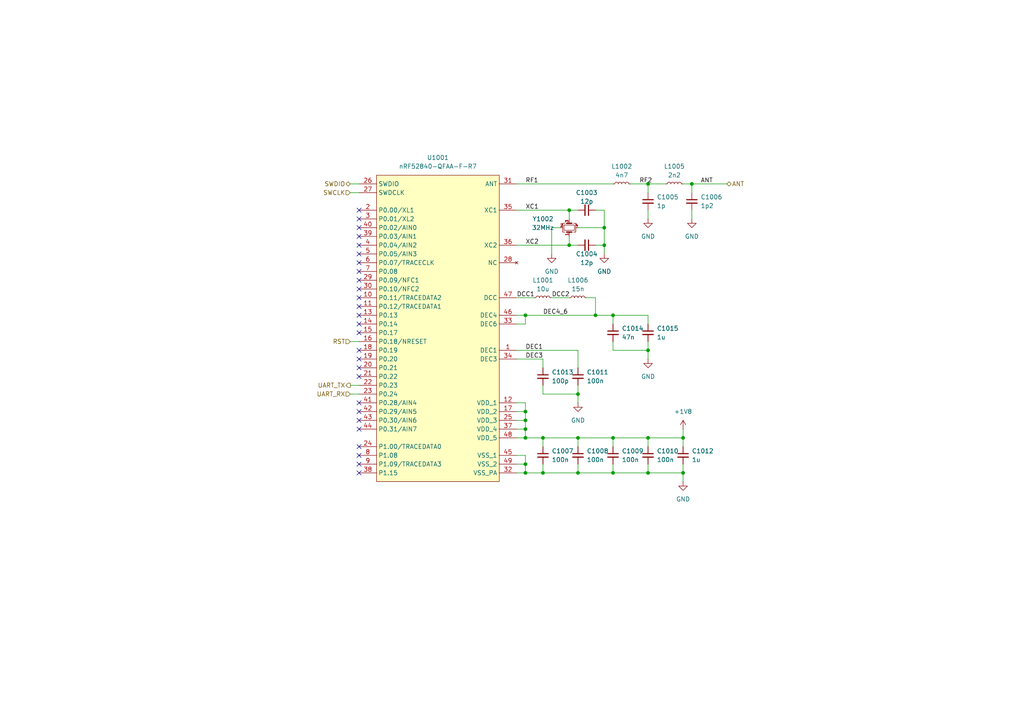
<source format=kicad_sch>
(kicad_sch (version 20231120) (generator "eeschema") (generator_version "8.0")
  (paper "A4")
  (lib_symbols
    (symbol "Device:C_Small" (pin_numbers hide) (pin_names (offset 0.254) hide)
      (property "Reference" "C" (at 0.254 1.778 0))
      (property "Value" "C_Small" (at 0.254 -2.032 0))
      (symbol "C_Small_0_1"
        (polyline (pts (xy -1.524 -0.508) (xy 1.524 -0.508)) (stroke (width 0.3302)))
        (polyline (pts (xy -1.524 0.508) (xy 1.524 0.508)) (stroke (width 0.3048)))
      )
      (symbol "C_Small_1_1"
        (pin passive line (at 0 2.54 270) (length 2.032) (name "~") (number "1"))
        (pin passive line (at 0 -2.54 90) (length 2.032) (name "~") (number "2"))
      )
    )
    (symbol "Device:Crystal_GND24_Small" (pin_names (offset 1.016) hide)
      (property "Reference" "Y" (at 1.27 4.445 0))
      (property "Value" "Crystal_GND24_Small" (at 1.27 2.54 0))
      (symbol "Crystal_GND24_Small_0_1"
        (rectangle (start -0.762 -1.524) (end 0.762 1.524))
        (polyline (pts (xy -1.27 -0.762) (xy -1.27 0.762)) (stroke (width 0.381)))
        (polyline (pts (xy 1.27 -0.762) (xy 1.27 0.762)) (stroke (width 0.381)))
        (polyline (pts (xy -1.27 -1.27) (xy -1.27 -1.905) (xy 1.27 -1.905) (xy 1.27 -1.27)))
        (polyline (pts (xy -1.27 1.27) (xy -1.27 1.905) (xy 1.27 1.905) (xy 1.27 1.27)))
      )
      (symbol "Crystal_GND24_Small_1_1"
        (pin passive line (at -2.54 0 0) (length 1.27) (name "1") (number "1"))
        (pin passive line (at 0 -2.54 90) (length 0.635) (name "2") (number "2"))
        (pin passive line (at 2.54 0 180) (length 1.27) (name "3") (number "3"))
        (pin passive line (at 0 2.54 270) (length 0.635) (name "4") (number "4"))
      )
    )
    (symbol "Device:L_Small" (pin_numbers hide) (pin_names (offset 0.254) hide)
      (property "Reference" "L" (at 0.762 1.016 0))
      (property "Value" "L_Small" (at 0.762 -1.016 0))
      (symbol "L_Small_0_1"
        (arc (start 0 -2.032) (mid 0.5058 -1.524) (end 0 -1.016))
        (arc (start 0 -1.016) (mid 0.5058 -0.508) (end 0 0))
        (arc (start 0 0) (mid 0.5058 0.508) (end 0 1.016))
        (arc (start 0 1.016) (mid 0.5058 1.524) (end 0 2.032))
      )
      (symbol "L_Small_1_1"
        (pin passive line (at 0 2.54 270) (length 0.508) (name "~") (number "1"))
        (pin passive line (at 0 -2.54 90) (length 0.508) (name "~") (number "2"))
      )
    )
    (symbol "nRF52840-QFAA-F-R7:nRF52840-QFAA-F-R7"
      (property "Reference" "U" (at 0 5.08 0))
      (property "Value" "nRF52840-QFAA-F-R7" (at 0 2.54 0))
      (symbol "nRF52840-QFAA-F-R7_1_1"
        (rectangle (start -17.78 0) (end 17.78 -88.9) (fill (type background)))
        (pin passive line (at 22.86 -50.8 180) (length 5.08) (name "DEC1") (number "1"))
        (pin passive line (at -22.86 -35.56 0) (length 5.08) (name "P0.11/TRACEDATA2") (number "10"))
        (pin passive line (at -22.86 -38.1 0) (length 5.08) (name "P0.12/TRACEDATA1") (number "11"))
        (pin passive line (at 22.86 -66.04 180) (length 5.08) (name "VDD_1") (number "12"))
        (pin passive line (at -22.86 -40.64 0) (length 5.08) (name "P0.13") (number "13"))
        (pin passive line (at -22.86 -43.18 0) (length 5.08) (name "P0.14") (number "14"))
        (pin passive line (at -22.86 -45.72 0) (length 5.08) (name "P0.17") (number "15"))
        (pin passive line (at -22.86 -48.26 0) (length 5.08) (name "P0.18/NRESET") (number "16"))
        (pin passive line (at 22.86 -68.58 180) (length 5.08) (name "VDD_2") (number "17"))
        (pin passive line (at -22.86 -50.8 0) (length 5.08) (name "P0.19") (number "18"))
        (pin passive line (at -22.86 -53.34 0) (length 5.08) (name "P0.20") (number "19"))
        (pin passive line (at -22.86 -10.16 0) (length 5.08) (name "P0.00/XL1") (number "2"))
        (pin passive line (at -22.86 -55.88 0) (length 5.08) (name "P0.21") (number "20"))
        (pin passive line (at -22.86 -58.42 0) (length 5.08) (name "P0.22") (number "21"))
        (pin passive line (at -22.86 -60.96 0) (length 5.08) (name "P0.23") (number "22"))
        (pin passive line (at -22.86 -63.5 0) (length 5.08) (name "P0.24") (number "23"))
        (pin passive line (at -22.86 -78.74 0) (length 5.08) (name "P1.00/TRACEDATA0") (number "24"))
        (pin passive line (at 22.86 -71.12 180) (length 5.08) (name "VDD_3") (number "25"))
        (pin passive line (at -22.86 -2.54 0) (length 5.08) (name "SWDIO") (number "26"))
        (pin passive line (at -22.86 -5.08 0) (length 5.08) (name "SWDCLK") (number "27"))
        (pin no_connect line (at 22.86 -25.4 180) (length 5.08) (name "NC") (number "28"))
        (pin passive line (at -22.86 -30.48 0) (length 5.08) (name "P0.09/NFC1") (number "29"))
        (pin passive line (at -22.86 -12.7 0) (length 5.08) (name "P0.01/XL2") (number "3"))
        (pin passive line (at -22.86 -33.02 0) (length 5.08) (name "P0.10/NFC2") (number "30"))
        (pin passive line (at 22.86 -2.54 180) (length 5.08) (name "ANT") (number "31"))
        (pin passive line (at 22.86 -86.36 180) (length 5.08) (name "VSS_PA") (number "32"))
        (pin passive line (at 22.86 -43.18 180) (length 5.08) (name "DEC6") (number "33"))
        (pin passive line (at 22.86 -53.34 180) (length 5.08) (name "DEC3") (number "34"))
        (pin passive line (at 22.86 -10.16 180) (length 5.08) (name "XC1") (number "35"))
        (pin passive line (at 22.86 -20.32 180) (length 5.08) (name "XC2") (number "36"))
        (pin passive line (at 22.86 -73.66 180) (length 5.08) (name "VDD_4") (number "37"))
        (pin passive line (at -22.86 -86.36 0) (length 5.08) (name "P1.15") (number "38"))
        (pin passive line (at -22.86 -17.78 0) (length 5.08) (name "P0.03/AIN1") (number "39"))
        (pin passive line (at -22.86 -20.32 0) (length 5.08) (name "P0.04/AIN2") (number "4"))
        (pin passive line (at -22.86 -15.24 0) (length 5.08) (name "P0.02/AIN0") (number "40"))
        (pin passive line (at -22.86 -66.04 0) (length 5.08) (name "P0.28/AIN4") (number "41"))
        (pin passive line (at -22.86 -68.58 0) (length 5.08) (name "P0.29/AIN5") (number "42"))
        (pin passive line (at -22.86 -71.12 0) (length 5.08) (name "P0.30/AIN6") (number "43"))
        (pin passive line (at -22.86 -73.66 0) (length 5.08) (name "P0.31/AIN7") (number "44"))
        (pin passive line (at 22.86 -81.28 180) (length 5.08) (name "VSS_1") (number "45"))
        (pin passive line (at 22.86 -40.64 180) (length 5.08) (name "DEC4") (number "46"))
        (pin passive line (at 22.86 -35.56 180) (length 5.08) (name "DCC") (number "47"))
        (pin passive line (at 22.86 -76.2 180) (length 5.08) (name "VDD_5") (number "48"))
        (pin passive line (at 22.86 -83.82 180) (length 5.08) (name "VSS_2") (number "49"))
        (pin passive line (at -22.86 -22.86 0) (length 5.08) (name "P0.05/AIN3") (number "5"))
        (pin passive line (at -22.86 -25.4 0) (length 5.08) (name "P0.07/TRACECLK") (number "6"))
        (pin passive line (at -22.86 -27.94 0) (length 5.08) (name "P0.08") (number "7"))
        (pin passive line (at -22.86 -81.28 0) (length 5.08) (name "P1.08") (number "8"))
        (pin passive line (at -22.86 -83.82 0) (length 5.08) (name "P1.09/TRACEDATA3") (number "9"))
      )
    )
    (symbol "power:+1V8" (power) (pin_numbers hide) (pin_names (offset 0) hide)
      (property "Value" "+1V8" (at 0 3.556 0))
      (symbol "+1V8_0_1"
        (polyline (pts (xy -0.762 1.27) (xy 0 2.54)))
        (polyline (pts (xy 0 0) (xy 0 2.54)))
        (polyline (pts (xy 0 2.54) (xy 0.762 1.27)))
      )
      (symbol "+1V8_1_1"
        (pin power_in line (at 0 0 90) (length 0) (name "~") (number "1"))
      )
    )
    (symbol "power:GND" (power) (pin_numbers hide) (pin_names (offset 0) hide)
      (property "Value" "GND" (at 0 -3.81 0))
      (symbol "GND_0_1"
        (polyline (pts (xy 0 0) (xy 0 -1.27) (xy 1.27 -1.27) (xy 0 -2.54) (xy -1.27 -1.27) (xy 0 -1.27)))
      )
      (symbol "GND_1_1"
        (pin power_in line (at 0 0 270) (length 0) (name "~") (number "1"))
      )
    )
  )
  (junction (at 175.26 66.04))
  (junction (at 187.96 53.34))
  (junction (at 187.96 127))
  (junction (at 187.96 137.16))
  (junction (at 152.4 119.38))
  (junction (at 167.64 114.3))
  (junction (at 177.8 127))
  (junction (at 152.4 91.44))
  (junction (at 177.8 137.16))
  (junction (at 175.26 71.12))
  (junction (at 177.8 91.44))
  (junction (at 152.4 127))
  (junction (at 198.12 137.16))
  (junction (at 200.66 53.34))
  (junction (at 167.64 137.16))
  (junction (at 172.72 91.44))
  (junction (at 157.48 127))
  (junction (at 152.4 124.46))
  (junction (at 165.1 60.96))
  (junction (at 167.64 127))
  (junction (at 152.4 134.62))
  (junction (at 152.4 121.92))
  (junction (at 152.4 137.16))
  (junction (at 157.48 137.16))
  (junction (at 187.96 101.6))
  (junction (at 165.1 71.12))
  (junction (at 198.12 127))
  (no_connect (at 104.14 132.08))
  (no_connect (at 104.14 91.44))
  (no_connect (at 104.14 116.84))
  (no_connect (at 104.14 86.36))
  (no_connect (at 104.14 101.6))
  (no_connect (at 104.14 134.62))
  (no_connect (at 104.14 63.5))
  (no_connect (at 104.14 71.12))
  (no_connect (at 104.14 104.14))
  (no_connect (at 104.14 137.16))
  (no_connect (at 104.14 78.74))
  (no_connect (at 104.14 109.22))
  (no_connect (at 104.14 96.52))
  (no_connect (at 104.14 119.38))
  (no_connect (at 104.14 68.58))
  (no_connect (at 104.14 129.54))
  (no_connect (at 104.14 83.82))
  (no_connect (at 104.14 124.46))
  (no_connect (at 104.14 93.98))
  (no_connect (at 104.14 121.92))
  (no_connect (at 104.14 76.2))
  (no_connect (at 104.14 60.96))
  (no_connect (at 104.14 106.68))
  (no_connect (at 104.14 66.04))
  (no_connect (at 104.14 73.66))
  (no_connect (at 104.14 81.28))
  (no_connect (at 104.14 88.9))
  (wire (pts (xy 157.48 111.76) (xy 157.48 114.3)))
  (wire (pts (xy 198.12 124.46) (xy 198.12 127)))
  (wire (pts (xy 167.64 111.76) (xy 167.64 114.3)))
  (wire (pts (xy 152.4 134.62) (xy 152.4 137.16)))
  (wire (pts (xy 187.96 101.6) (xy 187.96 104.14)))
  (wire (pts (xy 200.66 53.34) (xy 210.82 53.34)))
  (wire (pts (xy 152.4 121.92) (xy 149.86 121.92)))
  (wire (pts (xy 187.96 60.96) (xy 187.96 63.5)))
  (wire (pts (xy 165.1 68.58) (xy 165.1 71.12)))
  (wire (pts (xy 160.02 86.36) (xy 165.1 86.36)))
  (wire (pts (xy 167.64 127) (xy 177.8 127)))
  (wire (pts (xy 149.86 91.44) (xy 152.4 91.44)))
  (wire (pts (xy 101.6 114.3) (xy 104.14 114.3)))
  (wire (pts (xy 175.26 71.12) (xy 175.26 73.66)))
  (wire (pts (xy 167.64 137.16) (xy 167.64 134.62)))
  (wire (pts (xy 152.4 121.92) (xy 152.4 119.38)))
  (wire (pts (xy 167.64 114.3) (xy 167.64 116.84)))
  (wire (pts (xy 170.18 86.36) (xy 172.72 86.36)))
  (wire (pts (xy 200.66 55.88) (xy 200.66 53.34)))
  (wire (pts (xy 152.4 137.16) (xy 157.48 137.16)))
  (wire (pts (xy 160.02 66.04) (xy 162.56 66.04)))
  (wire (pts (xy 187.96 137.16) (xy 198.12 137.16)))
  (wire (pts (xy 172.72 71.12) (xy 175.26 71.12)))
  (wire (pts (xy 175.26 60.96) (xy 175.26 66.04)))
  (wire (pts (xy 175.26 66.04) (xy 175.26 71.12)))
  (wire (pts (xy 149.86 71.12) (xy 165.1 71.12)))
  (wire (pts (xy 167.64 137.16) (xy 177.8 137.16)))
  (wire (pts (xy 152.4 121.92) (xy 152.4 124.46)))
  (wire (pts (xy 101.6 99.06) (xy 104.14 99.06)))
  (wire (pts (xy 152.4 93.98) (xy 152.4 91.44)))
  (wire (pts (xy 177.8 101.6) (xy 177.8 99.06)))
  (wire (pts (xy 101.6 111.76) (xy 104.14 111.76)))
  (wire (pts (xy 200.66 60.96) (xy 200.66 63.5)))
  (wire (pts (xy 187.96 93.98) (xy 187.96 91.44)))
  (wire (pts (xy 177.8 127) (xy 187.96 127)))
  (wire (pts (xy 187.96 127) (xy 198.12 127)))
  (wire (pts (xy 177.8 137.16) (xy 177.8 134.62)))
  (wire (pts (xy 172.72 91.44) (xy 177.8 91.44)))
  (wire (pts (xy 198.12 53.34) (xy 200.66 53.34)))
  (wire (pts (xy 149.86 53.34) (xy 177.8 53.34)))
  (wire (pts (xy 157.48 127) (xy 152.4 127)))
  (wire (pts (xy 101.6 53.34) (xy 104.14 53.34)))
  (wire (pts (xy 149.86 104.14) (xy 157.48 104.14)))
  (wire (pts (xy 152.4 127) (xy 149.86 127)))
  (wire (pts (xy 152.4 132.08) (xy 152.4 134.62)))
  (wire (pts (xy 177.8 127) (xy 177.8 129.54)))
  (wire (pts (xy 172.72 86.36) (xy 172.72 91.44)))
  (wire (pts (xy 149.86 93.98) (xy 152.4 93.98)))
  (wire (pts (xy 177.8 101.6) (xy 187.96 101.6)))
  (wire (pts (xy 149.86 137.16) (xy 152.4 137.16)))
  (wire (pts (xy 157.48 127) (xy 167.64 127)))
  (wire (pts (xy 177.8 91.44) (xy 187.96 91.44)))
  (wire (pts (xy 167.64 101.6) (xy 167.64 106.68)))
  (wire (pts (xy 149.86 101.6) (xy 167.64 101.6)))
  (wire (pts (xy 167.64 66.04) (xy 175.26 66.04)))
  (wire (pts (xy 198.12 127) (xy 198.12 129.54)))
  (wire (pts (xy 149.86 134.62) (xy 152.4 134.62)))
  (wire (pts (xy 187.96 137.16) (xy 187.96 134.62)))
  (wire (pts (xy 157.48 114.3) (xy 167.64 114.3)))
  (wire (pts (xy 198.12 137.16) (xy 198.12 139.7)))
  (wire (pts (xy 152.4 91.44) (xy 172.72 91.44)))
  (wire (pts (xy 165.1 63.5) (xy 165.1 60.96)))
  (wire (pts (xy 177.8 93.98) (xy 177.8 91.44)))
  (wire (pts (xy 101.6 55.88) (xy 104.14 55.88)))
  (wire (pts (xy 149.86 60.96) (xy 165.1 60.96)))
  (wire (pts (xy 167.64 71.12) (xy 165.1 71.12)))
  (wire (pts (xy 152.4 119.38) (xy 149.86 119.38)))
  (wire (pts (xy 175.26 60.96) (xy 172.72 60.96)))
  (wire (pts (xy 149.86 132.08) (xy 152.4 132.08)))
  (wire (pts (xy 187.96 53.34) (xy 193.04 53.34)))
  (wire (pts (xy 187.96 99.06) (xy 187.96 101.6)))
  (wire (pts (xy 157.48 106.68) (xy 157.48 104.14)))
  (wire (pts (xy 157.48 137.16) (xy 167.64 137.16)))
  (wire (pts (xy 182.88 53.34) (xy 187.96 53.34)))
  (wire (pts (xy 152.4 116.84) (xy 149.86 116.84)))
  (wire (pts (xy 187.96 53.34) (xy 187.96 55.88)))
  (wire (pts (xy 165.1 60.96) (xy 167.64 60.96)))
  (wire (pts (xy 160.02 66.04) (xy 160.02 73.66)))
  (wire (pts (xy 167.64 127) (xy 167.64 129.54)))
  (wire (pts (xy 152.4 116.84) (xy 152.4 119.38)))
  (wire (pts (xy 157.48 129.54) (xy 157.48 127)))
  (wire (pts (xy 152.4 127) (xy 152.4 124.46)))
  (wire (pts (xy 149.86 86.36) (xy 154.94 86.36)))
  (wire (pts (xy 177.8 137.16) (xy 187.96 137.16)))
  (wire (pts (xy 152.4 124.46) (xy 149.86 124.46)))
  (wire (pts (xy 198.12 137.16) (xy 198.12 134.62)))
  (wire (pts (xy 187.96 127) (xy 187.96 129.54)))
  (wire (pts (xy 157.48 137.16) (xy 157.48 134.62)))
  (label "RF1" (at 152.4 53.34 0))
  (label "DCC2" (at 160.02 86.36 0))
  (label "DCC1" (at 149.86 86.36 0))
  (label "DEC4_6" (at 157.48 91.44 0))
  (label "RF2" (at 185.42 53.34 0))
  (label "XC2" (at 152.4 71.12 0))
  (label "XC1" (at 152.4 60.96 0))
  (label "DEC3" (at 152.4 104.14 0))
  (label "ANT" (at 203.2 53.34 0))
  (label "DEC1" (at 152.4 101.6 0))
  (hierarchical_label "UART_TX" (shape output) (at 101.6 111.76 180))
  (hierarchical_label "RST" (shape input) (at 101.6 99.06 180))
  (hierarchical_label "UART_RX" (shape input) (at 101.6 114.3 180))
  (hierarchical_label "ANT" (shape bidirectional) (at 210.82 53.34 0))
  (hierarchical_label "SWDIO" (shape bidirectional) (at 101.6 53.34 180))
  (hierarchical_label "SWCLK" (shape input) (at 101.6 55.88 180))
  (symbol (lib_id "power:GND") (at 167.64 116.84 0) (unit 1)
    (property "Reference" "#PWR01007" (effects (hide yes)))
    (property "Value" "GND" (at 167.64 121.92 0))
    (property "Description" "Power symbol creates a global label with name \"GND\" , ground" (effects (hide yes)))
    (instances (project "keyboard_v2" (path "" (reference "#PWR01007") (unit 1)) (path "" (reference "#PWR0907") (unit 1))))
  )
  (symbol (lib_id "Device:C_Small") (at 157.48 109.22 0) (unit 1)
    (property "Reference" "C1013" (at 160.02 107.9562 0) (effects (justify left)))
    (property "Value" "100p" (at 160.02 110.4962 0) (effects (justify left)))
    (property "Footprint" "Capacitor_SMD:C_0402_1005Metric" (effects (hide yes)))
    (property "Description" "Unpolarized capacitor, small symbol" (effects (hide yes)))
    (instances (project "keyboard_v2" (path "" (reference "C1013") (unit 1)) (path "" (reference "C913") (unit 1))))
  )
  (symbol (lib_id "Device:C_Small") (at 187.96 58.42 0) (unit 1)
    (property "Reference" "C1005" (at 190.5 57.1562 0) (effects (justify left)))
    (property "Value" "1p" (at 190.5 59.6962 0) (effects (justify left)))
    (property "Footprint" "Capacitor_SMD:C_0402_1005Metric" (effects (hide yes)))
    (property "Description" "Unpolarized capacitor, small symbol" (effects (hide yes)))
    (instances (project "keyboard_v2" (path "" (reference "C1005") (unit 1)) (path "" (reference "C905") (unit 1))))
  )
  (symbol (lib_id "power:GND") (at 175.26 73.66 0) (unit 1)
    (property "Reference" "#PWR01004" (effects (hide yes)))
    (property "Value" "GND" (at 175.26 78.74 0))
    (property "Description" "Power symbol creates a global label with name \"GND\" , ground" (effects (hide yes)))
    (instances (project "keyboard_v2" (path "" (reference "#PWR01004") (unit 1)) (path "" (reference "#PWR0904") (unit 1))))
  )
  (symbol (lib_id "Device:C_Small") (at 200.66 58.42 0) (unit 1)
    (property "Reference" "C1006" (at 203.2 57.1562 0) (effects (justify left)))
    (property "Value" "1p2" (at 203.2 59.6962 0) (effects (justify left)))
    (property "Footprint" "Capacitor_SMD:C_0402_1005Metric" (effects (hide yes)))
    (property "Description" "Unpolarized capacitor, small symbol" (effects (hide yes)))
    (instances (project "keyboard_v2" (path "" (reference "C1006") (unit 1)) (path "" (reference "C906") (unit 1))))
  )
  (symbol (lib_id "nRF52840-QFAA-F-R7:nRF52840-QFAA-F-R7") (at 127 50.8 0) (unit 1)
    (property "Reference" "U1001" (at 127 45.72 0))
    (property "Value" "nRF52840-QFAA-F-R7" (at 127 48.26 0))
    (property "Footprint" "keyboard_footprints:QFN40P600X600X95-49N-D" (effects (hide yes)))
    (property "Datasheet" "https://infocenter.nordicsemi.com/pdf/nRF52840_PS_v1.7.pdf" (effects (hide yes)))
    (property "Description" "RF System on a Chip - SoC Multiprotocol Bluetooth 5.3 SoC supporting Bluetooth Low Energy, Bluetooth mesh, NFC, Thread and Zigbee" (effects (hide yes)))
    (property "Height" "0.95" (effects (hide yes)))
    (property "Manufacturer_Name" "Nordic Semiconductor" (effects (hide yes)))
    (property "Manufacturer_Part_Number" "nRF52840-QFAA-F-R7" (effects (hide yes)))
    (property "Mouser Part Number" "949-NRF52840QFAAF-R7" (effects (hide yes)))
    (property "Mouser Price/Stock" "https://www.mouser.co.uk/ProductDetail/Nordic-Semiconductor/nRF52840-QFAA-F-R7?qs=TCDPyi3sCW2TA2kPWr8xHQ%3D%3D" (effects (hide yes)))
    (property "Arrow Part Number" "NRF52840-QFAA-F-R7" (effects (hide yes)))
    (property "Arrow Price/Stock" "null?region=nac" (effects (hide yes)))
    (instances (project "keyboard_v2" (path "" (reference "U1001") (unit 1)) (path "" (reference "U901") (unit 1))))
  )
  (symbol (lib_id "power:GND") (at 160.02 73.66 0) (unit 1)
    (property "Reference" "#PWR01003" (effects (hide yes)))
    (property "Value" "GND" (at 160.02 78.74 0))
    (property "Description" "Power symbol creates a global label with name \"GND\" , ground" (effects (hide yes)))
    (instances (project "keyboard_v2" (path "" (reference "#PWR01003") (unit 1)) (path "" (reference "#PWR0903") (unit 1))))
  )
  (symbol (lib_id "power:+1V8") (at 198.12 124.46 0) (mirror y) (unit 1)
    (property "Reference" "#PWR01008" (effects (hide yes)))
    (property "Value" "+1V8" (at 198.12 119.38 0))
    (property "Description" "Power symbol creates a global label with name \"+1V8\"" (effects (hide yes)))
    (instances (project "keyboard_v2" (path "" (reference "#PWR01008") (unit 1)) (path "" (reference "#PWR0908") (unit 1))))
  )
  (symbol (lib_id "Device:L_Small") (at 180.34 53.34 90) (unit 1)
    (property "Reference" "L1002" (at 180.34 48.26 90))
    (property "Value" "4n7" (at 180.34 50.8 90))
    (property "Footprint" "Inductor_SMD:L_0402_1005Metric" (effects (hide yes)))
    (property "Description" "Inductor, small symbol" (effects (hide yes)))
    (instances (project "keyboard_v2" (path "" (reference "L1002") (unit 1)) (path "" (reference "L902") (unit 1))))
  )
  (symbol (lib_id "Device:L_Small") (at 167.64 86.36 90) (unit 1)
    (property "Reference" "L1006" (at 167.64 81.28 90))
    (property "Value" "15n" (at 167.64 83.82 90))
    (property "Footprint" "Inductor_SMD:L_0402_1005Metric" (effects (hide yes)))
    (property "Description" "Inductor, small symbol" (effects (hide yes)))
    (instances (project "keyboard_v2" (path "" (reference "L1006") (unit 1)) (path "" (reference "L906") (unit 1))))
  )
  (symbol (lib_id "power:GND") (at 187.96 104.14 0) (unit 1)
    (property "Reference" "#PWR01006" (effects (hide yes)))
    (property "Value" "GND" (at 187.96 109.22 0))
    (property "Description" "Power symbol creates a global label with name \"GND\" , ground" (effects (hide yes)))
    (instances (project "keyboard_v2" (path "" (reference "#PWR01006") (unit 1)) (path "" (reference "#PWR0906") (unit 1))))
  )
  (symbol (lib_id "Device:C_Small") (at 170.18 71.12 270) (mirror x) (unit 1)
    (property "Reference" "C1004" (at 170.18 73.66 90))
    (property "Value" "12p" (at 170.18 76.2 90))
    (property "Footprint" "Capacitor_SMD:C_0402_1005Metric" (effects (hide yes)))
    (property "Description" "Unpolarized capacitor, small symbol" (effects (hide yes)))
    (instances (project "keyboard_v2" (path "" (reference "C1004") (unit 1)) (path "" (reference "C904") (unit 1))))
  )
  (symbol (lib_id "Device:C_Small") (at 198.12 132.08 0) (unit 1)
    (property "Reference" "C1012" (at 200.66 130.8162 0) (effects (justify left)))
    (property "Value" "1u" (at 200.66 133.3562 0) (effects (justify left)))
    (property "Footprint" "Capacitor_SMD:C_0402_1005Metric" (effects (hide yes)))
    (property "Description" "Unpolarized capacitor, small symbol" (effects (hide yes)))
    (instances (project "keyboard_v2" (path "" (reference "C1012") (unit 1)) (path "" (reference "C912") (unit 1))))
  )
  (symbol (lib_id "Device:C_Small") (at 187.96 96.52 0) (unit 1)
    (property "Reference" "C1015" (at 190.5 95.2562 0) (effects (justify left)))
    (property "Value" "1u" (at 190.5 97.7962 0) (effects (justify left)))
    (property "Footprint" "Capacitor_SMD:C_0402_1005Metric" (effects (hide yes)))
    (property "Description" "Unpolarized capacitor, small symbol" (effects (hide yes)))
    (instances (project "keyboard_v2" (path "" (reference "C1015") (unit 1)) (path "" (reference "C915") (unit 1))))
  )
  (symbol (lib_id "Device:C_Small") (at 170.18 60.96 270) (unit 1)
    (property "Reference" "C1003" (at 170.1736 55.88 90))
    (property "Value" "12p" (at 170.1736 58.42 90))
    (property "Footprint" "Capacitor_SMD:C_0402_1005Metric" (effects (hide yes)))
    (property "Description" "Unpolarized capacitor, small symbol" (effects (hide yes)))
    (instances (project "keyboard_v2" (path "" (reference "C1003") (unit 1)) (path "" (reference "C903") (unit 1))))
  )
  (symbol (lib_id "power:GND") (at 200.66 63.5 0) (unit 1)
    (property "Reference" "#PWR01002" (effects (hide yes)))
    (property "Value" "GND" (at 200.66 68.58 0))
    (property "Description" "Power symbol creates a global label with name \"GND\" , ground" (effects (hide yes)))
    (instances (project "keyboard_v2" (path "" (reference "#PWR01002") (unit 1)) (path "" (reference "#PWR0902") (unit 1))))
  )
  (symbol (lib_id "Device:C_Small") (at 187.96 132.08 0) (unit 1)
    (property "Reference" "C1010" (at 190.5 130.8162 0) (effects (justify left)))
    (property "Value" "100n" (at 190.5 133.3562 0) (effects (justify left)))
    (property "Footprint" "Capacitor_SMD:C_0402_1005Metric" (effects (hide yes)))
    (property "Description" "Unpolarized capacitor, small symbol" (effects (hide yes)))
    (instances (project "keyboard_v2" (path "" (reference "C1010") (unit 1)) (path "" (reference "C910") (unit 1))))
  )
  (symbol (lib_id "Device:C_Small") (at 167.64 109.22 0) (unit 1)
    (property "Reference" "C1011" (at 170.18 107.9562 0) (effects (justify left)))
    (property "Value" "100n" (at 170.18 110.4962 0) (effects (justify left)))
    (property "Footprint" "Capacitor_SMD:C_0402_1005Metric" (effects (hide yes)))
    (property "Description" "Unpolarized capacitor, small symbol" (effects (hide yes)))
    (instances (project "keyboard_v2" (path "" (reference "C1011") (unit 1)) (path "" (reference "C911") (unit 1))))
  )
  (symbol (lib_id "Device:C_Small") (at 167.64 132.08 0) (unit 1)
    (property "Reference" "C1008" (at 170.18 130.8162 0) (effects (justify left)))
    (property "Value" "100n" (at 170.18 133.3562 0) (effects (justify left)))
    (property "Footprint" "Capacitor_SMD:C_0402_1005Metric" (effects (hide yes)))
    (property "Description" "Unpolarized capacitor, small symbol" (effects (hide yes)))
    (instances (project "keyboard_v2" (path "" (reference "C1008") (unit 1)) (path "" (reference "C908") (unit 1))))
  )
  (symbol (lib_id "Device:Crystal_GND24_Small") (at 165.1 66.04 270) (mirror x) (unit 1)
    (property "Reference" "Y1002" (at 157.48 63.5 90))
    (property "Value" "32MHz" (at 157.48 66.04 90))
    (property "Footprint" "Crystal:Crystal_SMD_2016-4Pin_2.0x1.6mm" (effects (hide yes)))
    (property "Description" "Four pin crystal, GND on pins 2 and 4, small symbol" (effects (hide yes)))
    (property "Name" "ECS-320-8-37B2-JTY-TR" (effects (hide yes)))
    (instances (project "keyboard_v2" (path "" (reference "Y1002") (unit 1)) (path "" (reference "Y902") (unit 1))))
  )
  (symbol (lib_id "Device:L_Small") (at 157.48 86.36 90) (unit 1)
    (property "Reference" "L1001" (at 157.48 81.28 90))
    (property "Value" "10u" (at 157.48 83.82 90))
    (property "Footprint" "Inductor_SMD:L_0402_1005Metric" (effects (hide yes)))
    (property "Description" "Inductor, small symbol" (effects (hide yes)))
    (instances (project "keyboard_v2" (path "" (reference "L1001") (unit 1)) (path "" (reference "L901") (unit 1))))
  )
  (symbol (lib_id "Device:C_Small") (at 177.8 132.08 0) (unit 1)
    (property "Reference" "C1009" (at 180.34 130.8162 0) (effects (justify left)))
    (property "Value" "100n" (at 180.34 133.3562 0) (effects (justify left)))
    (property "Footprint" "Capacitor_SMD:C_0402_1005Metric" (effects (hide yes)))
    (property "Description" "Unpolarized capacitor, small symbol" (effects (hide yes)))
    (instances (project "keyboard_v2" (path "" (reference "C1009") (unit 1)) (path "" (reference "C909") (unit 1))))
  )
  (symbol (lib_id "Device:C_Small") (at 157.48 132.08 0) (unit 1)
    (property "Reference" "C1007" (at 160.02 130.8162 0) (effects (justify left)))
    (property "Value" "100n" (at 160.02 133.3562 0) (effects (justify left)))
    (property "Footprint" "Capacitor_SMD:C_0402_1005Metric" (effects (hide yes)))
    (property "Description" "Unpolarized capacitor, small symbol" (effects (hide yes)))
    (instances (project "keyboard_v2" (path "" (reference "C1007") (unit 1)) (path "" (reference "C907") (unit 1))))
  )
  (symbol (lib_id "power:GND") (at 198.12 139.7 0) (unit 1)
    (property "Reference" "#PWR01005" (effects (hide yes)))
    (property "Value" "GND" (at 198.12 144.78 0))
    (property "Description" "Power symbol creates a global label with name \"GND\" , ground" (effects (hide yes)))
    (instances (project "keyboard_v2" (path "" (reference "#PWR01005") (unit 1)) (path "" (reference "#PWR0905") (unit 1))))
  )
  (symbol (lib_id "power:GND") (at 187.96 63.5 0) (unit 1)
    (property "Reference" "#PWR01001" (effects (hide yes)))
    (property "Value" "GND" (at 187.96 68.58 0))
    (property "Description" "Power symbol creates a global label with name \"GND\" , ground" (effects (hide yes)))
    (instances (project "keyboard_v2" (path "" (reference "#PWR01001") (unit 1)) (path "" (reference "#PWR0901") (unit 1))))
  )
  (symbol (lib_id "Device:C_Small") (at 177.8 96.52 0) (unit 1)
    (property "Reference" "C1014" (at 180.34 95.2562 0) (effects (justify left)))
    (property "Value" "47n" (at 180.34 97.7962 0) (effects (justify left)))
    (property "Footprint" "Capacitor_SMD:C_0402_1005Metric" (effects (hide yes)))
    (property "Description" "Unpolarized capacitor, small symbol" (effects (hide yes)))
    (instances (project "keyboard_v2" (path "" (reference "C1014") (unit 1)) (path "" (reference "C914") (unit 1))))
  )
  (symbol (lib_id "Device:L_Small") (at 195.58 53.34 90) (unit 1)
    (property "Reference" "L1005" (at 195.58 48.26 90))
    (property "Value" "2n2" (at 195.58 50.8 90))
    (property "Footprint" "Inductor_SMD:L_0402_1005Metric" (effects (hide yes)))
    (property "Description" "Inductor, small symbol" (effects (hide yes)))
    (instances (project "keyboard_v2" (path "" (reference "L1005") (unit 1)) (path "" (reference "L905") (unit 1))))
  )
)
</source>
